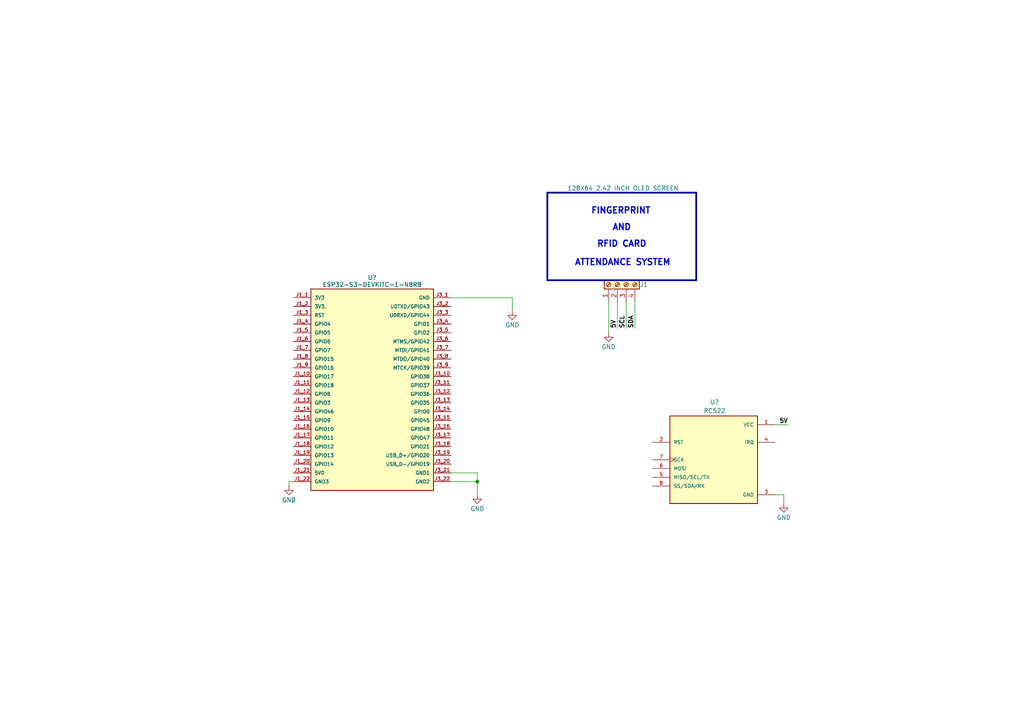
<source format=kicad_sch>
(kicad_sch (version 20250114) (generator "eeschema") (generator_version "9.0")
  (paper "A4")
  (lib_symbols
    (symbol "Connector:Screw_Terminal_01x04" (pin_names (offset 1.016) (hide yes))
      (property "Reference" "J" (at 0 5.08 0))
      (property "Value" "Screw_Terminal_01x04" (at 0 -7.62 0))
      (symbol "Screw_Terminal_01x04_1_1"
        (rectangle (start -1.27 3.81) (end 1.27 -6.35) (stroke (width 0.254)) (fill (type background)))
        (polyline (pts (xy -0.5334 2.8702) (xy 0.3302 2.032)) (stroke (width 0.1524)))
        (polyline (pts (xy -0.5334 0.3302) (xy 0.3302 -0.508)) (stroke (width 0.1524)))
        (polyline (pts (xy -0.5334 -2.2098) (xy 0.3302 -3.048)) (stroke (width 0.1524)))
        (polyline (pts (xy -0.5334 -4.7498) (xy 0.3302 -5.588)) (stroke (width 0.1524)))
        (polyline (pts (xy -0.3556 3.048) (xy 0.508 2.2098)) (stroke (width 0.1524)))
        (polyline (pts (xy -0.3556 0.508) (xy 0.508 -0.3302)) (stroke (width 0.1524)))
        (polyline (pts (xy -0.3556 -2.032) (xy 0.508 -2.8702)) (stroke (width 0.1524)))
        (polyline (pts (xy -0.3556 -4.572) (xy 0.508 -5.4102)) (stroke (width 0.1524)))
        (circle (center 0 2.54) (radius 0.635) (stroke (width 0.1524)))
        (circle (center 0 0) (radius 0.635) (stroke (width 0.1524)))
        (circle (center 0 -2.54) (radius 0.635) (stroke (width 0.1524)))
        (circle (center 0 -5.08) (radius 0.635) (stroke (width 0.1524)))
        (pin passive line (at -5.08 2.54 0) (length 3.81) (name "Pin_1") (number "1"))
        (pin passive line (at -5.08 0 0) (length 3.81) (name "Pin_2") (number "2"))
        (pin passive line (at -5.08 -2.54 0) (length 3.81) (name "Pin_3") (number "3"))
        (pin passive line (at -5.08 -5.08 0) (length 3.81) (name "Pin_4") (number "4"))
      )
    )
    (symbol "ESP32-S3-DEVKITC:ESP32-S3-DEVKITC-1-N8R8" (pin_names (offset 1.016))
      (property "Reference" "U" (at -17.78 35.56 0))
      (property "Value" "ESP32-S3-DEVKITC-1-N8R8" (at -17.78 -27.94 0))
      (symbol "ESP32-S3-DEVKITC-1-N8R8_0_0"
        (rectangle (start -17.78 -25.4) (end 17.78 33.02) (stroke (width 0.254)) (fill (type background)))
        (pin power_in line (at -22.86 30.48 0) (length 5.08) (name "3V3") (number "J1_1"))
        (pin power_in line (at -22.86 27.94 0) (length 5.08) (name "3V3.") (number "J1_2"))
        (pin input line (at -22.86 25.4 0) (length 5.08) (name "RST") (number "J1_3"))
        (pin bidirectional line (at -22.86 22.86 0) (length 5.08) (name "GPIO4") (number "J1_4"))
        (pin bidirectional line (at -22.86 20.32 0) (length 5.08) (name "GPIO5") (number "J1_5"))
        (pin bidirectional line (at -22.86 17.78 0) (length 5.08) (name "GPIO6") (number "J1_6"))
        (pin bidirectional line (at -22.86 15.24 0) (length 5.08) (name "GPIO7") (number "J1_7"))
        (pin bidirectional line (at -22.86 12.7 0) (length 5.08) (name "GPIO15") (number "J1_8"))
        (pin bidirectional line (at -22.86 10.16 0) (length 5.08) (name "GPIO16") (number "J1_9"))
        (pin bidirectional line (at -22.86 7.62 0) (length 5.08) (name "GPIO17") (number "J1_10"))
        (pin bidirectional line (at -22.86 5.08 0) (length 5.08) (name "GPIO18") (number "J1_11"))
        (pin bidirectional line (at -22.86 2.54 0) (length 5.08) (name "GPIO8") (number "J1_12"))
        (pin bidirectional line (at -22.86 0 0) (length 5.08) (name "GPIO3") (number "J1_13"))
        (pin bidirectional line (at -22.86 -2.54 0) (length 5.08) (name "GPIO46") (number "J1_14"))
        (pin bidirectional line (at -22.86 -5.08 0) (length 5.08) (name "GPIO9") (number "J1_15"))
        (pin bidirectional line (at -22.86 -7.62 0) (length 5.08) (name "GPIO10") (number "J1_16"))
        (pin bidirectional line (at -22.86 -10.16 0) (length 5.08) (name "GPIO11") (number "J1_17"))
        (pin bidirectional line (at -22.86 -12.7 0) (length 5.08) (name "GPIO12") (number "J1_18"))
        (pin bidirectional line (at -22.86 -15.24 0) (length 5.08) (name "GPIO13") (number "J1_19"))
        (pin bidirectional line (at -22.86 -17.78 0) (length 5.08) (name "GPIO14") (number "J1_20"))
        (pin power_in line (at -22.86 -20.32 0) (length 5.08) (name "5V0") (number "J1_21"))
        (pin power_in line (at -22.86 -22.86 0) (length 5.08) (name "GND3") (number "J1_22"))
        (pin power_in line (at 22.86 30.48 180) (length 5.08) (name "GND") (number "J3_1"))
        (pin bidirectional line (at 22.86 27.94 180) (length 5.08) (name "U0TXD/GPIO43") (number "J3_2"))
        (pin bidirectional line (at 22.86 25.4 180) (length 5.08) (name "U0RXD/GPIO44") (number "J3_3"))
        (pin bidirectional line (at 22.86 22.86 180) (length 5.08) (name "GPIO1") (number "J3_4"))
        (pin bidirectional line (at 22.86 20.32 180) (length 5.08) (name "GPIO2") (number "J3_5"))
        (pin bidirectional line (at 22.86 17.78 180) (length 5.08) (name "MTMS/GPIO42") (number "J3_6"))
        (pin bidirectional line (at 22.86 15.24 180) (length 5.08) (name "MTDI/GPIO41") (number "J3_7"))
        (pin bidirectional line (at 22.86 12.7 180) (length 5.08) (name "MTDO/GPIO40") (number "J3_8"))
        (pin bidirectional line (at 22.86 10.16 180) (length 5.08) (name "MTCK/GPIO39") (number "J3_9"))
        (pin bidirectional line (at 22.86 7.62 180) (length 5.08) (name "GPIO38") (number "J3_10"))
        (pin bidirectional line (at 22.86 5.08 180) (length 5.08) (name "GPIO37") (number "J3_11"))
        (pin bidirectional line (at 22.86 2.54 180) (length 5.08) (name "GPIO36") (number "J3_12"))
        (pin bidirectional line (at 22.86 0 180) (length 5.08) (name "GPIO35") (number "J3_13"))
        (pin bidirectional line (at 22.86 -2.54 180) (length 5.08) (name "GPIO0") (number "J3_14"))
        (pin bidirectional line (at 22.86 -5.08 180) (length 5.08) (name "GPIO45") (number "J3_15"))
        (pin bidirectional line (at 22.86 -7.62 180) (length 5.08) (name "GPIO48") (number "J3_16"))
        (pin bidirectional line (at 22.86 -10.16 180) (length 5.08) (name "GPIO47") (number "J3_17"))
        (pin bidirectional line (at 22.86 -12.7 180) (length 5.08) (name "GPIO21") (number "J3_18"))
        (pin bidirectional line (at 22.86 -15.24 180) (length 5.08) (name "USB_D+/GPIO20") (number "J3_19"))
        (pin bidirectional line (at 22.86 -17.78 180) (length 5.08) (name "USB_D-/GPIO19") (number "J3_20"))
        (pin power_in line (at 22.86 -20.32 180) (length 5.08) (name "GND1") (number "J3_21"))
        (pin power_in line (at 22.86 -22.86 180) (length 5.08) (name "GND2") (number "J3_22"))
      )
    )
    (symbol "RC522 RFID:CEG006900" (pin_names (offset 1.016))
      (property "Reference" "U" (at -12.7 15.24 0))
      (property "Value" "CEG006900" (at -12.7 -15.24 0))
      (symbol "CEG006900_0_0"
        (rectangle (start -12.7 -12.7) (end 12.7 12.7) (stroke (width 0.254)) (fill (type background)))
        (pin input line (at -17.78 5.08 0) (length 5.08) (name "RST") (number "2"))
        (pin input clock (at -17.78 0 0) (length 5.08) (name "SCK") (number "7"))
        (pin input line (at -17.78 -2.54 0) (length 5.08) (name "MOSI") (number "6"))
        (pin bidirectional line (at -17.78 -5.08 0) (length 5.08) (name "MISO/SCL/TX") (number "5"))
        (pin bidirectional line (at -17.78 -7.62 0) (length 5.08) (name "SS/SDA/RX") (number "8"))
        (pin power_in line (at 17.78 10.16 180) (length 5.08) (name "VCC") (number "1"))
        (pin output line (at 17.78 5.08 180) (length 5.08) (name "IRQ") (number "4"))
        (pin power_in line (at 17.78 -10.16 180) (length 5.08) (name "GND") (number "3"))
      )
    )
    (symbol "power:GND" (power) (pin_numbers (hide yes)) (pin_names (offset 0) (hide yes))
      (property "Value" "GND" (at 0 -3.81 0))
      (symbol "GND_0_1"
        (polyline (pts (xy 0 0) (xy 0 -1.27) (xy 1.27 -1.27) (xy 0 -2.54) (xy -1.27 -1.27) (xy 0 -1.27)))
      )
      (symbol "GND_1_1"
        (pin power_in line (at 0 0 270) (length 0) (name "~") (number "1"))
      )
    )
  )
  (text "AND" (at 180.34 66.04 0) (effects (font (size 1.778 1.778) (thickness 0.3556) (bold yes))))
  (text "ATTENDANCE SYSTEM" (at 180.594 76.2 0) (effects (font (size 1.778 1.778) (thickness 0.3556) (bold yes))))
  (text "FINGERPRINT" (at 180.086 61.214 0) (effects (font (size 1.778 1.778) (thickness 0.3556) (bold yes))))
  (text "RFID CARD" (at 180.34 70.866 0) (effects (font (size 1.778 1.778) (thickness 0.3556) (bold yes))))
  (junction (at 138.43 139.7))
  (wire (pts (xy 227.33 146.05) (xy 227.33 143.51)))
  (bus (pts (xy 158.75 55.88) (xy 201.93 55.88)) (stroke (width 0.508)))
  (bus (pts (xy 201.93 81.28) (xy 158.75 81.28)) (stroke (width 0.508)))
  (bus (pts (xy 158.75 55.88) (xy 158.75 81.28)) (stroke (width 0.508)))
  (wire (pts (xy 148.59 86.36) (xy 130.81 86.36)))
  (wire (pts (xy 138.43 139.7) (xy 138.43 137.16)))
  (wire (pts (xy 83.82 139.7) (xy 85.09 139.7)))
  (wire (pts (xy 176.53 87.63) (xy 176.53 96.52)))
  (wire (pts (xy 179.07 87.63) (xy 179.07 95.25)))
  (wire (pts (xy 130.81 139.7) (xy 138.43 139.7)))
  (wire (pts (xy 184.15 87.63) (xy 184.15 95.25)))
  (wire (pts (xy 83.82 140.97) (xy 83.82 139.7)))
  (wire (pts (xy 224.79 123.19) (xy 228.6 123.19)))
  (wire (pts (xy 227.33 143.51) (xy 224.79 143.51)))
  (wire (pts (xy 148.59 90.17) (xy 148.59 86.36)))
  (wire (pts (xy 138.43 143.51) (xy 138.43 139.7)))
  (bus (pts (xy 201.93 55.88) (xy 201.93 81.28)) (stroke (width 0.508)))
  (wire (pts (xy 130.81 137.16) (xy 138.43 137.16)))
  (wire (pts (xy 181.61 87.63) (xy 181.61 95.25)))
  (label "5V" (at 179.07 95.25 90) (effects (font (thickness 0.254) (bold yes))))
  (label "SDA" (at 184.15 95.25 90) (effects (font (thickness 0.254) (bold yes))))
  (label "SCL" (at 181.61 95.25 90) (effects (font (thickness 0.254) (bold yes))))
  (label "5V" (at 228.6 123.19 180) (effects (font (thickness 0.254) (bold yes))))
  (symbol (lib_id "power:GND") (at 148.59 90.17 0) (unit 1)
    (property "Reference" "#PWR02" (effects (hide yes)))
    (property "Value" "GND" (at 148.59 94.234 0))
    (property "Description" "Power symbol creates a global label with name \"GND\" , ground" (effects (hide yes)))
  )
  (symbol (lib_id "power:GND") (at 138.43 143.51 0) (unit 1)
    (property "Reference" "#PWR03" (effects (hide yes)))
    (property "Value" "GND" (at 138.43 147.574 0))
    (property "Description" "Power symbol creates a global label with name \"GND\" , ground" (effects (hide yes)))
  )
  (symbol (lib_id "Connector:Screw_Terminal_01x04") (at 179.07 82.55 90) (unit 1)
    (property "Reference" "J1" (at 187.96 82.55 90) (effects (justify left)))
    (property "Value" "128X64 2.42 INCH OLED SCREEN" (at 196.85 54.61 90) (effects (justify left)))
    (property "Description" "Generic screw terminal, single row, 01x04, script generated (kicad-library-utils/schlib/autogen/connector/)" (effects (hide yes)))
  )
  (symbol (lib_id "power:GND") (at 176.53 96.52 0) (unit 1)
    (property "Reference" "#PWR01" (effects (hide yes)))
    (property "Value" "GND" (at 176.53 100.584 0))
    (property "Description" "Power symbol creates a global label with name \"GND\" , ground" (effects (hide yes)))
  )
  (symbol (lib_id "ESP32-S3-DEVKITC:ESP32-S3-DEVKITC-1-N8R8") (at 107.95 116.84 0) (unit 1)
    (property "Reference" "U?" (at 107.95 80.518 0))
    (property "Value" "ESP32-S3-DEVKITC-1-N8R8" (at 107.95 82.55 0))
    (property "Footprint" "Footprint:ESP32-S3-DEVKITC" (effects (hide yes)))
    (property "MF" "Espressif Systems" (effects (hide yes)))
    (property "Description_1" "The ESP32-S3-DEVKITC-1-N8R8 from Espressif Systems is a development board designed for RF, RFID, and wireless applications. It supports 802.11 b/g/n Wi-Fi and Bluetooth® 5.x (BLE) connectivity at 2.4GHz, making it ideal for IoT and wireless communication projects. This board is powered by the ESP32-S3-WROOM-1-N8R8 module, which features 8MB Quad SPI Flash and 8MB Octal SPI for efficient memory storage and processing." (effects (hide yes)))
    (property "Package" "None" (effects (hide yes)))
    (property "Price" "None" (effects (hide yes)))
    (property "SnapEDA_Link" "https://www.snapeda.com/parts/ESP32-S3-DEVKITC-1-N8R8/Espressif+Systems/view-part/?ref=snap" (effects (hide yes)))
    (property "MP" "ESP32-S3-DEVKITC-1-N8R8" (effects (hide yes)))
    (property "Availability" "In Stock" (effects (hide yes)))
    (property "Check_prices" "https://www.snapeda.com/parts/ESP32-S3-DEVKITC-1-N8R8/Espressif+Systems/view-part/?ref=eda" (effects (hide yes)))
  )
  (symbol (lib_id "power:GND") (at 83.82 140.97 0) (unit 1)
    (property "Reference" "#PWR04" (effects (hide yes)))
    (property "Value" "GND" (at 83.82 145.034 0))
    (property "Description" "Power symbol creates a global label with name \"GND\" , ground" (effects (hide yes)))
  )
  (symbol (lib_id "power:GND") (at 227.33 146.05 0) (unit 1)
    (property "Reference" "#PWR05" (effects (hide yes)))
    (property "Value" "GND" (at 227.33 150.114 0))
    (property "Description" "Power symbol creates a global label with name \"GND\" , ground" (effects (hide yes)))
  )
  (symbol (lib_id "RC522 RFID:CEG006900") (at 207.01 133.35 0) (unit 1)
    (property "Reference" "U?" (at 207.264 116.586 0))
    (property "Value" "RC522" (at 207.264 119.126 0))
    (property "Footprint" "Footprint:RC522 RFID" (effects (hide yes)))
    (property "MF" "YKS" (effects (hide yes)))
    (property "Description_1" "RFID RC522 Reader IC Card Module Tags SPI Interface Read and Write" (effects (hide yes)))
    (property "Package" "None" (effects (hide yes)))
    (property "Price" "None" (effects (hide yes)))
    (property "Check_prices" "https://www.snapeda.com/parts/CEG006900/YKS/view-part/?ref=eda" (effects (hide yes)))
    (property "STANDARD" "IPC 7351B" (effects (hide yes)))
    (property "PARTREV" "12 June 2019" (effects (hide yes)))
    (property "SnapEDA_Link" "https://www.snapeda.com/parts/CEG006900/YKS/view-part/?ref=snap" (effects (hide yes)))
    (property "MP" "CEG006900" (effects (hide yes)))
    (property "Availability" "Not in stock" (effects (hide yes)))
    (property "MANUFACTURER" "YKS" (effects (hide yes)))
  )
)
</source>
